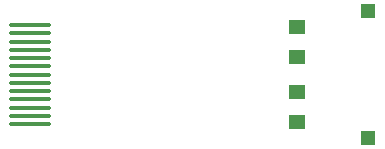
<source format=gtp>
G04*
G04 #@! TF.GenerationSoftware,Altium Limited,Altium Designer,22.10.1 (41)*
G04*
G04 Layer_Color=8421504*
%FSLAX25Y25*%
%MOIN*%
G70*
G04*
G04 #@! TF.SameCoordinates,35FDAC58-FA5E-4571-A4AC-5025684A0D72*
G04*
G04*
G04 #@! TF.FilePolarity,Positive*
G04*
G01*
G75*
%ADD13R,0.05118X0.04724*%
%ADD14R,0.05512X0.05118*%
G04:AMPARAMS|DCode=15|XSize=15.75mil|YSize=137.8mil|CornerRadius=3.94mil|HoleSize=0mil|Usage=FLASHONLY|Rotation=270.000|XOffset=0mil|YOffset=0mil|HoleType=Round|Shape=RoundedRectangle|*
%AMROUNDEDRECTD15*
21,1,0.01575,0.12992,0,0,270.0*
21,1,0.00787,0.13780,0,0,270.0*
1,1,0.00787,-0.06496,-0.00394*
1,1,0.00787,-0.06496,0.00394*
1,1,0.00787,0.06496,0.00394*
1,1,0.00787,0.06496,-0.00394*
%
%ADD15ROUNDEDRECTD15*%
D13*
X27972Y-21260D02*
D03*
Y21260D02*
D03*
D14*
X4275Y-15748D02*
D03*
Y-5807D02*
D03*
Y5807D02*
D03*
Y15748D02*
D03*
D15*
X-84858Y-16535D02*
D03*
Y-13780D02*
D03*
Y-11024D02*
D03*
Y-8268D02*
D03*
Y-5512D02*
D03*
Y-2756D02*
D03*
Y-0D02*
D03*
Y2756D02*
D03*
Y5512D02*
D03*
Y8268D02*
D03*
Y11024D02*
D03*
Y13780D02*
D03*
Y16535D02*
D03*
M02*

</source>
